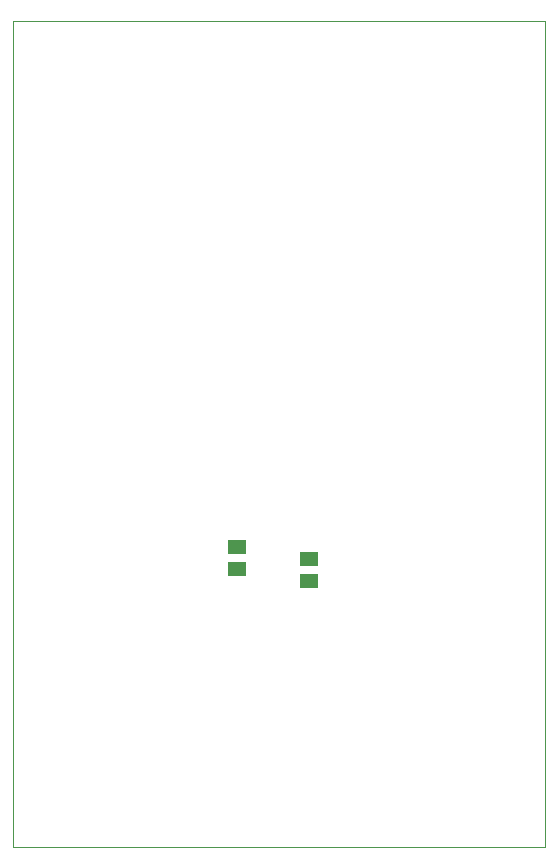
<source format=gtp>
G75*
G70*
%OFA0B0*%
%FSLAX24Y24*%
%IPPOS*%
%LPD*%
%AMOC8*
5,1,8,0,0,1.08239X$1,22.5*
%
%ADD10C,0.0000*%
%ADD11R,0.0630X0.0512*%
D10*
X000100Y000100D02*
X000100Y027659D01*
X017817Y027659D01*
X017817Y000100D01*
X000100Y000100D01*
D11*
X007541Y009372D03*
X007541Y010120D03*
X009943Y009726D03*
X009943Y008978D03*
M02*

</source>
